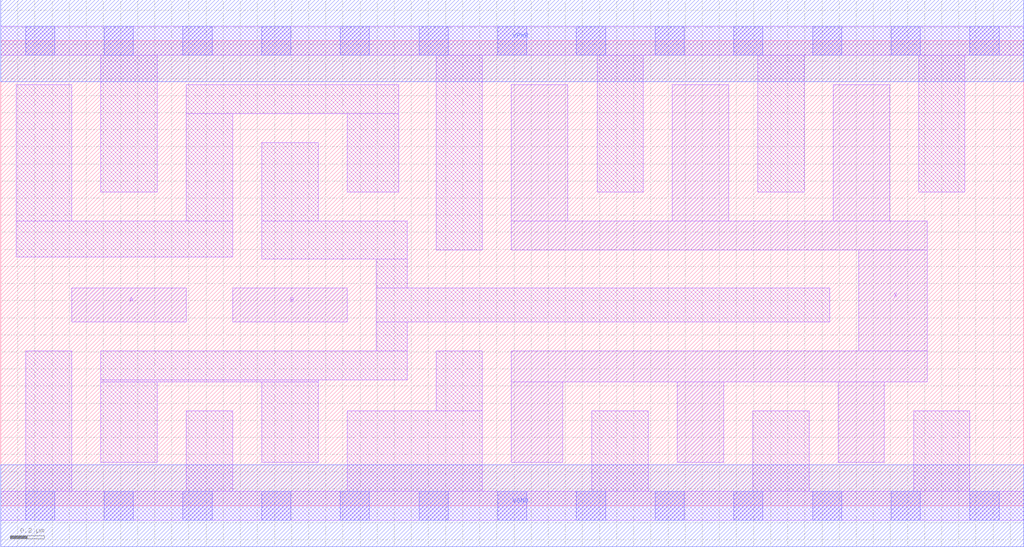
<source format=lef>
# Copyright 2020 The SkyWater PDK Authors
#
# Licensed under the Apache License, Version 2.0 (the "License");
# you may not use this file except in compliance with the License.
# You may obtain a copy of the License at
#
#     https://www.apache.org/licenses/LICENSE-2.0
#
# Unless required by applicable law or agreed to in writing, software
# distributed under the License is distributed on an "AS IS" BASIS,
# WITHOUT WARRANTIES OR CONDITIONS OF ANY KIND, either express or implied.
# See the License for the specific language governing permissions and
# limitations under the License.
#
# SPDX-License-Identifier: Apache-2.0

VERSION 5.7 ;
  NAMESCASESENSITIVE ON ;
  NOWIREEXTENSIONATPIN ON ;
  DIVIDERCHAR "/" ;
  BUSBITCHARS "[]" ;
UNITS
  DATABASE MICRONS 200 ;
END UNITS
PROPERTYDEFINITIONS
  MACRO maskLayoutSubType STRING ;
  MACRO prCellType STRING ;
  MACRO originalViewName STRING ;
END PROPERTYDEFINITIONS
MACRO sky130_fd_sc_hdll__or2_6
  CLASS CORE ;
  FOREIGN sky130_fd_sc_hdll__or2_6 ;
  ORIGIN  0.000000  0.000000 ;
  SIZE  5.980000 BY  2.720000 ;
  SYMMETRY X Y R90 ;
  SITE unithd ;
  PIN A
    ANTENNAGATEAREA  0.555000 ;
    DIRECTION INPUT ;
    USE SIGNAL ;
    PORT
      LAYER li1 ;
        RECT 0.415000 1.075000 1.085000 1.275000 ;
    END
  END A
  PIN B
    ANTENNAGATEAREA  0.555000 ;
    DIRECTION INPUT ;
    USE SIGNAL ;
    PORT
      LAYER li1 ;
        RECT 1.355000 1.075000 2.025000 1.275000 ;
    END
  END B
  PIN X
    ANTENNADIFFAREA  1.396500 ;
    DIRECTION OUTPUT ;
    USE SIGNAL ;
    PORT
      LAYER li1 ;
        RECT 2.985000 0.255000 3.285000 0.725000 ;
        RECT 2.985000 0.725000 5.415000 0.905000 ;
        RECT 2.985000 1.495000 5.415000 1.665000 ;
        RECT 2.985000 1.665000 3.315000 2.465000 ;
        RECT 3.925000 1.665000 4.255000 2.465000 ;
        RECT 3.955000 0.255000 4.225000 0.725000 ;
        RECT 4.865000 1.665000 5.195000 2.465000 ;
        RECT 4.895000 0.255000 5.165000 0.725000 ;
        RECT 5.015000 0.905000 5.415000 1.495000 ;
    END
  END X
  PIN VGND
    DIRECTION INOUT ;
    USE GROUND ;
    PORT
      LAYER met1 ;
        RECT 0.000000 -0.240000 5.980000 0.240000 ;
    END
  END VGND
  PIN VPWR
    DIRECTION INOUT ;
    USE POWER ;
    PORT
      LAYER met1 ;
        RECT 0.000000 2.480000 5.980000 2.960000 ;
    END
  END VPWR
  OBS
    LAYER li1 ;
      RECT 0.000000 -0.085000 5.980000 0.085000 ;
      RECT 0.000000  2.635000 5.980000 2.805000 ;
      RECT 0.090000  1.455000 1.355000 1.665000 ;
      RECT 0.090000  1.665000 0.415000 2.465000 ;
      RECT 0.145000  0.085000 0.415000 0.905000 ;
      RECT 0.585000  0.255000 0.915000 0.725000 ;
      RECT 0.585000  0.725000 1.855000 0.735000 ;
      RECT 0.585000  0.735000 2.375000 0.905000 ;
      RECT 0.585000  1.835000 0.915000 2.635000 ;
      RECT 1.085000  0.085000 1.355000 0.555000 ;
      RECT 1.085000  1.665000 1.355000 2.295000 ;
      RECT 1.085000  2.295000 2.325000 2.465000 ;
      RECT 1.525000  0.255000 1.855000 0.725000 ;
      RECT 1.525000  1.445000 2.375000 1.665000 ;
      RECT 1.525000  1.665000 1.855000 2.125000 ;
      RECT 2.025000  0.085000 2.815000 0.555000 ;
      RECT 2.025000  1.835000 2.325000 2.295000 ;
      RECT 2.195000  0.905000 2.375000 1.075000 ;
      RECT 2.195000  1.075000 4.845000 1.275000 ;
      RECT 2.195000  1.275000 2.375000 1.445000 ;
      RECT 2.545000  0.555000 2.815000 0.905000 ;
      RECT 2.545000  1.495000 2.815000 2.635000 ;
      RECT 3.455000  0.085000 3.785000 0.555000 ;
      RECT 3.485000  1.835000 3.755000 2.635000 ;
      RECT 4.395000  0.085000 4.725000 0.555000 ;
      RECT 4.425000  1.835000 4.695000 2.635000 ;
      RECT 5.335000  0.085000 5.665000 0.555000 ;
      RECT 5.365000  1.835000 5.635000 2.635000 ;
    LAYER mcon ;
      RECT 0.145000 -0.085000 0.315000 0.085000 ;
      RECT 0.145000  2.635000 0.315000 2.805000 ;
      RECT 0.605000 -0.085000 0.775000 0.085000 ;
      RECT 0.605000  2.635000 0.775000 2.805000 ;
      RECT 1.065000 -0.085000 1.235000 0.085000 ;
      RECT 1.065000  2.635000 1.235000 2.805000 ;
      RECT 1.525000 -0.085000 1.695000 0.085000 ;
      RECT 1.525000  2.635000 1.695000 2.805000 ;
      RECT 1.985000 -0.085000 2.155000 0.085000 ;
      RECT 1.985000  2.635000 2.155000 2.805000 ;
      RECT 2.445000 -0.085000 2.615000 0.085000 ;
      RECT 2.445000  2.635000 2.615000 2.805000 ;
      RECT 2.905000 -0.085000 3.075000 0.085000 ;
      RECT 2.905000  2.635000 3.075000 2.805000 ;
      RECT 3.365000 -0.085000 3.535000 0.085000 ;
      RECT 3.365000  2.635000 3.535000 2.805000 ;
      RECT 3.825000 -0.085000 3.995000 0.085000 ;
      RECT 3.825000  2.635000 3.995000 2.805000 ;
      RECT 4.285000 -0.085000 4.455000 0.085000 ;
      RECT 4.285000  2.635000 4.455000 2.805000 ;
      RECT 4.745000 -0.085000 4.915000 0.085000 ;
      RECT 4.745000  2.635000 4.915000 2.805000 ;
      RECT 5.205000 -0.085000 5.375000 0.085000 ;
      RECT 5.205000  2.635000 5.375000 2.805000 ;
      RECT 5.665000 -0.085000 5.835000 0.085000 ;
      RECT 5.665000  2.635000 5.835000 2.805000 ;
  END
  PROPERTY maskLayoutSubType "abstract" ;
  PROPERTY prCellType "standard" ;
  PROPERTY originalViewName "layout" ;
END sky130_fd_sc_hdll__or2_6
END LIBRARY

</source>
